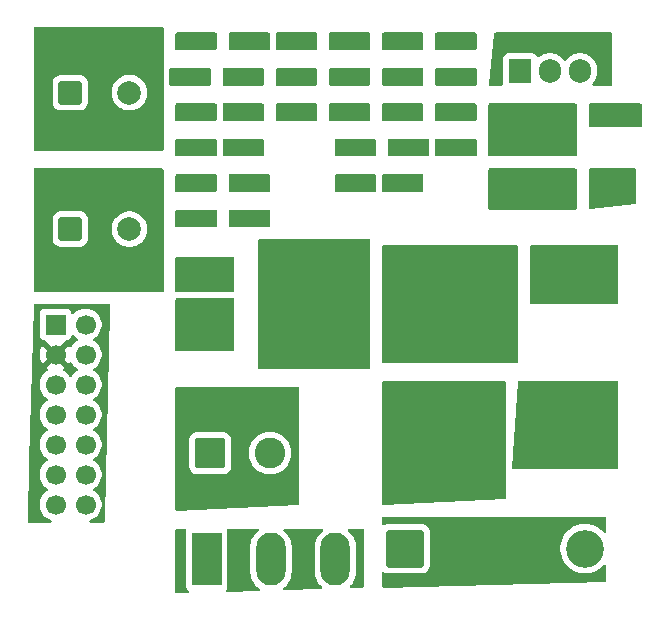
<source format=gbr>
%TF.GenerationSoftware,KiCad,Pcbnew,9.0.7*%
%TF.CreationDate,2026-02-08T16:25:53+05:30*%
%TF.ProjectId,gray,67726179-2e6b-4696-9361-645f70636258,rev?*%
%TF.SameCoordinates,Original*%
%TF.FileFunction,Copper,L2,Bot*%
%TF.FilePolarity,Positive*%
%FSLAX46Y46*%
G04 Gerber Fmt 4.6, Leading zero omitted, Abs format (unit mm)*
G04 Created by KiCad (PCBNEW 9.0.7) date 2026-02-08 16:25:53*
%MOMM*%
%LPD*%
G01*
G04 APERTURE LIST*
G04 Aperture macros list*
%AMRoundRect*
0 Rectangle with rounded corners*
0 $1 Rounding radius*
0 $2 $3 $4 $5 $6 $7 $8 $9 X,Y pos of 4 corners*
0 Add a 4 corners polygon primitive as box body*
4,1,4,$2,$3,$4,$5,$6,$7,$8,$9,$2,$3,0*
0 Add four circle primitives for the rounded corners*
1,1,$1+$1,$2,$3*
1,1,$1+$1,$4,$5*
1,1,$1+$1,$6,$7*
1,1,$1+$1,$8,$9*
0 Add four rect primitives between the rounded corners*
20,1,$1+$1,$2,$3,$4,$5,0*
20,1,$1+$1,$4,$5,$6,$7,0*
20,1,$1+$1,$6,$7,$8,$9,0*
20,1,$1+$1,$8,$9,$2,$3,0*%
G04 Aperture macros list end*
%TA.AperFunction,ComponentPad*%
%ADD10R,2.500000X4.500000*%
%TD*%
%TA.AperFunction,ComponentPad*%
%ADD11O,2.500000X4.500000*%
%TD*%
%TA.AperFunction,ComponentPad*%
%ADD12R,1.905000X2.000000*%
%TD*%
%TA.AperFunction,ComponentPad*%
%ADD13O,1.905000X2.000000*%
%TD*%
%TA.AperFunction,ComponentPad*%
%ADD14R,1.700000X1.700000*%
%TD*%
%TA.AperFunction,ComponentPad*%
%ADD15C,1.700000*%
%TD*%
%TA.AperFunction,ComponentPad*%
%ADD16RoundRect,0.250000X-1.050000X-1.050000X1.050000X-1.050000X1.050000X1.050000X-1.050000X1.050000X0*%
%TD*%
%TA.AperFunction,ComponentPad*%
%ADD17C,2.600000*%
%TD*%
%TA.AperFunction,ComponentPad*%
%ADD18RoundRect,0.250000X-1.350000X-1.350000X1.350000X-1.350000X1.350000X1.350000X-1.350000X1.350000X0*%
%TD*%
%TA.AperFunction,ComponentPad*%
%ADD19C,3.200000*%
%TD*%
%TA.AperFunction,ComponentPad*%
%ADD20RoundRect,0.250000X-0.750000X-0.750000X0.750000X-0.750000X0.750000X0.750000X-0.750000X0.750000X0*%
%TD*%
%TA.AperFunction,ComponentPad*%
%ADD21C,2.000000*%
%TD*%
G04 APERTURE END LIST*
D10*
%TO.P,Q2,1,G*%
%TO.N,Net-(Q2-G)*%
X137650000Y-108100000D03*
D11*
%TO.P,Q2,2,D*%
%TO.N,unconnected-(Q2-D-Pad2)*%
X143100000Y-108100000D03*
%TO.P,Q2,3,S*%
%TO.N,Net-(Q2-S)*%
X148550000Y-108100000D03*
%TD*%
D12*
%TO.P,Q1,1,G*%
%TO.N,unconnected-(Q1-G-Pad1)*%
X164190000Y-66750000D03*
D13*
%TO.P,Q1,2,D*%
%TO.N,Net-(Q1-D)*%
X166730000Y-66750000D03*
%TO.P,Q1,3,S*%
%TO.N,Net-(D3-A1)*%
X169270000Y-66750000D03*
%TD*%
D14*
%TO.P,J1,1,NC*%
%TO.N,unconnected-(J1-NC-Pad1)*%
X124860000Y-88230000D03*
D15*
%TO.P,J1,2,NC*%
%TO.N,unconnected-(J1-NC-Pad2)*%
X127400000Y-88230000D03*
%TO.P,J1,3,VCC*%
%TO.N,/+3V3*%
X124860000Y-90770000D03*
%TO.P,J1,4,JTMS/SWDIO*%
%TO.N,Net-(J1-JTMS{slash}SWDIO)*%
X127400000Y-90770000D03*
%TO.P,J1,5,GND*%
%TO.N,GND*%
X124860000Y-93310000D03*
%TO.P,J1,6,JCLK/SWCLK*%
%TO.N,Net-(J1-JCLK{slash}SWCLK)*%
X127400000Y-93310000D03*
%TO.P,J1,7,GND*%
%TO.N,GND*%
X124860000Y-95850000D03*
%TO.P,J1,8,JTDO/SWO*%
%TO.N,unconnected-(J1-JTDO{slash}SWO-Pad8)*%
X127400000Y-95850000D03*
%TO.P,J1,9,JRCLK/NC*%
%TO.N,unconnected-(J1-JRCLK{slash}NC-Pad9)*%
X124860000Y-98390000D03*
%TO.P,J1,10,JTDI/NC*%
%TO.N,unconnected-(J1-JTDI{slash}NC-Pad10)*%
X127400000Y-98390000D03*
%TO.P,J1,11,GNDDetect*%
%TO.N,unconnected-(J1-GNDDetect-Pad11)*%
X124860000Y-100930000D03*
%TO.P,J1,12,~{RST}*%
%TO.N,Net-(J1-~{RST})*%
X127400000Y-100930000D03*
%TO.P,J1,13,VCP_RX*%
%TO.N,unconnected-(J1-VCP_RX-Pad13)*%
X124860000Y-103470000D03*
%TO.P,J1,14,VCP_TX*%
%TO.N,unconnected-(J1-VCP_TX-Pad14)*%
X127400000Y-103470000D03*
%TD*%
D16*
%TO.P,DC_input_40V1,1,Pin_1*%
%TO.N,Net-(DC_input_40V1-Pin_1)*%
X137940000Y-99110000D03*
D17*
%TO.P,DC_input_40V1,2,Pin_2*%
%TO.N,GND*%
X143020000Y-99110000D03*
%TD*%
D18*
%TO.P,D1,1,K*%
%TO.N,GND*%
X154450000Y-107200000D03*
D19*
%TO.P,D1,2,A*%
%TO.N,Net-(D1-A)*%
X169690000Y-107200000D03*
%TD*%
D20*
%TO.P,C4,1*%
%TO.N,Net-(D3-A1)*%
X126104646Y-80150000D03*
D21*
%TO.P,C4,2*%
%TO.N,GND*%
X131104646Y-80150000D03*
%TD*%
D20*
%TO.P,C1,1*%
%TO.N,Net-(D3-A1)*%
X126104646Y-68600000D03*
D21*
%TO.P,C1,2*%
%TO.N,GND*%
X131104646Y-68600000D03*
%TD*%
%TA.AperFunction,Conductor*%
%TO.N,/+3V3*%
G36*
X151443039Y-81019685D02*
G01*
X151488794Y-81072489D01*
X151500000Y-81124000D01*
X151500000Y-91876000D01*
X151480315Y-91943039D01*
X151427511Y-91988794D01*
X151376000Y-92000000D01*
X142124000Y-92000000D01*
X142056961Y-91980315D01*
X142011206Y-91927511D01*
X142000000Y-91876000D01*
X142000000Y-81124000D01*
X142019685Y-81056961D01*
X142072489Y-81011206D01*
X142124000Y-81000000D01*
X151376000Y-81000000D01*
X151443039Y-81019685D01*
G37*
%TD.AperFunction*%
%TD*%
%TA.AperFunction,Conductor*%
%TO.N,/+12V*%
G36*
X163943039Y-81519685D02*
G01*
X163988794Y-81572489D01*
X164000000Y-81624000D01*
X164000000Y-91376000D01*
X163980315Y-91443039D01*
X163927511Y-91488794D01*
X163876000Y-91500000D01*
X152624000Y-91500000D01*
X152556961Y-91480315D01*
X152511206Y-91427511D01*
X152500000Y-91376000D01*
X152500000Y-81624000D01*
X152519685Y-81556961D01*
X152572489Y-81511206D01*
X152624000Y-81500000D01*
X163876000Y-81500000D01*
X163943039Y-81519685D01*
G37*
%TD.AperFunction*%
%TD*%
%TA.AperFunction,Conductor*%
%TO.N,/+12V*%
G36*
X172443039Y-93019685D02*
G01*
X172488794Y-93072489D01*
X172500000Y-93124000D01*
X172500000Y-100376000D01*
X172480315Y-100443039D01*
X172427511Y-100488794D01*
X172376000Y-100500000D01*
X163632542Y-100500000D01*
X163565503Y-100480315D01*
X163519748Y-100427511D01*
X163508817Y-100367752D01*
X163992283Y-93115752D01*
X164016383Y-93050170D01*
X164072114Y-93008029D01*
X164116008Y-93000000D01*
X172376000Y-93000000D01*
X172443039Y-93019685D01*
G37*
%TD.AperFunction*%
%TD*%
%TA.AperFunction,Conductor*%
%TO.N,/+3V3*%
G36*
X145443039Y-93519685D02*
G01*
X145488794Y-93572489D01*
X145500000Y-93624000D01*
X145500000Y-103381763D01*
X145480315Y-103448802D01*
X145427511Y-103494557D01*
X145381898Y-103505623D01*
X135129898Y-103993814D01*
X135061998Y-103977340D01*
X135013783Y-103926772D01*
X135000000Y-103869954D01*
X135000000Y-98009983D01*
X136139500Y-98009983D01*
X136139500Y-100210001D01*
X136139501Y-100210018D01*
X136150000Y-100312796D01*
X136150001Y-100312799D01*
X136200962Y-100466587D01*
X136205186Y-100479334D01*
X136297288Y-100628656D01*
X136421344Y-100752712D01*
X136570666Y-100844814D01*
X136737203Y-100899999D01*
X136839991Y-100910500D01*
X139040008Y-100910499D01*
X139142797Y-100899999D01*
X139309334Y-100844814D01*
X139458656Y-100752712D01*
X139582712Y-100628656D01*
X139674814Y-100479334D01*
X139729999Y-100312797D01*
X139740500Y-100210009D01*
X139740499Y-98991995D01*
X141219500Y-98991995D01*
X141219500Y-99228004D01*
X141219501Y-99228020D01*
X141250306Y-99462010D01*
X141311394Y-99689993D01*
X141401714Y-99908045D01*
X141401719Y-99908056D01*
X141472677Y-100030957D01*
X141519727Y-100112450D01*
X141519729Y-100112453D01*
X141519730Y-100112454D01*
X141663406Y-100299697D01*
X141663412Y-100299704D01*
X141830295Y-100466587D01*
X141830302Y-100466593D01*
X141846909Y-100479336D01*
X142017550Y-100610273D01*
X142148918Y-100686118D01*
X142221943Y-100728280D01*
X142221948Y-100728282D01*
X142221951Y-100728284D01*
X142440007Y-100818606D01*
X142667986Y-100879693D01*
X142901989Y-100910500D01*
X142901996Y-100910500D01*
X143138004Y-100910500D01*
X143138011Y-100910500D01*
X143372014Y-100879693D01*
X143599993Y-100818606D01*
X143818049Y-100728284D01*
X144022450Y-100610273D01*
X144209699Y-100466592D01*
X144376592Y-100299699D01*
X144520273Y-100112450D01*
X144638284Y-99908049D01*
X144728606Y-99689993D01*
X144789693Y-99462014D01*
X144820500Y-99228011D01*
X144820500Y-98991989D01*
X144789693Y-98757986D01*
X144728606Y-98530007D01*
X144638284Y-98311951D01*
X144638282Y-98311948D01*
X144638280Y-98311943D01*
X144596118Y-98238918D01*
X144520273Y-98107550D01*
X144376592Y-97920301D01*
X144376587Y-97920295D01*
X144209704Y-97753412D01*
X144209697Y-97753406D01*
X144022454Y-97609730D01*
X144022453Y-97609729D01*
X144022450Y-97609727D01*
X143940957Y-97562677D01*
X143818056Y-97491719D01*
X143818045Y-97491714D01*
X143599993Y-97401394D01*
X143372010Y-97340306D01*
X143138020Y-97309501D01*
X143138017Y-97309500D01*
X143138011Y-97309500D01*
X142901989Y-97309500D01*
X142901983Y-97309500D01*
X142901979Y-97309501D01*
X142667989Y-97340306D01*
X142440006Y-97401394D01*
X142221954Y-97491714D01*
X142221943Y-97491719D01*
X142017545Y-97609730D01*
X141830302Y-97753406D01*
X141830295Y-97753412D01*
X141663412Y-97920295D01*
X141663406Y-97920302D01*
X141519730Y-98107545D01*
X141401719Y-98311943D01*
X141401714Y-98311954D01*
X141311394Y-98530006D01*
X141250306Y-98757989D01*
X141219501Y-98991979D01*
X141219500Y-98991995D01*
X139740499Y-98991995D01*
X139740499Y-98009992D01*
X139729999Y-97907203D01*
X139674814Y-97740666D01*
X139582712Y-97591344D01*
X139458656Y-97467288D01*
X139309334Y-97375186D01*
X139142797Y-97320001D01*
X139142795Y-97320000D01*
X139040010Y-97309500D01*
X136839998Y-97309500D01*
X136839981Y-97309501D01*
X136737203Y-97320000D01*
X136737200Y-97320001D01*
X136570668Y-97375185D01*
X136570663Y-97375187D01*
X136421342Y-97467289D01*
X136297289Y-97591342D01*
X136205187Y-97740663D01*
X136205185Y-97740668D01*
X136200962Y-97753412D01*
X136150001Y-97907203D01*
X136150001Y-97907204D01*
X136150000Y-97907204D01*
X136139500Y-98009983D01*
X135000000Y-98009983D01*
X135000000Y-93624000D01*
X135019685Y-93556961D01*
X135072489Y-93511206D01*
X135124000Y-93500000D01*
X145376000Y-93500000D01*
X145443039Y-93519685D01*
G37*
%TD.AperFunction*%
%TD*%
%TA.AperFunction,Conductor*%
%TO.N,/+3V3*%
G36*
X162943039Y-93019685D02*
G01*
X162988794Y-93072489D01*
X163000000Y-93124000D01*
X163000000Y-102881763D01*
X162980315Y-102948802D01*
X162927511Y-102994557D01*
X162881898Y-103005623D01*
X152629898Y-103493814D01*
X152561998Y-103477340D01*
X152513783Y-103426772D01*
X152500000Y-103369954D01*
X152500000Y-93124000D01*
X152519685Y-93056961D01*
X152572489Y-93011206D01*
X152624000Y-93000000D01*
X162876000Y-93000000D01*
X162943039Y-93019685D01*
G37*
%TD.AperFunction*%
%TD*%
%TA.AperFunction,Conductor*%
%TO.N,/+3V3*%
G36*
X135884807Y-105519685D02*
G01*
X135930562Y-105572489D01*
X135940506Y-105641647D01*
X135933950Y-105667332D01*
X135905909Y-105742514D01*
X135905908Y-105742516D01*
X135899501Y-105802116D01*
X135899501Y-105802123D01*
X135899500Y-105802135D01*
X135899500Y-110397870D01*
X135899501Y-110397876D01*
X135905908Y-110457483D01*
X135956202Y-110592328D01*
X135956206Y-110592335D01*
X136016850Y-110673344D01*
X136042454Y-110707546D01*
X136092301Y-110744861D01*
X136134171Y-110800794D01*
X136139155Y-110870486D01*
X136105670Y-110931809D01*
X136044346Y-110965293D01*
X136021862Y-110968066D01*
X135127873Y-110996003D01*
X135060251Y-110978422D01*
X135012870Y-110927073D01*
X135000000Y-110872064D01*
X135000000Y-105624000D01*
X135019685Y-105556961D01*
X135072489Y-105511206D01*
X135124000Y-105500000D01*
X135817768Y-105500000D01*
X135884807Y-105519685D01*
G37*
%TD.AperFunction*%
%TA.AperFunction,Conductor*%
G36*
X141973118Y-105508444D02*
G01*
X142002486Y-105514468D01*
X142006293Y-105518186D01*
X142011398Y-105519685D01*
X142031024Y-105542335D01*
X142052476Y-105563282D01*
X142053669Y-105568468D01*
X142057153Y-105572489D01*
X142061418Y-105602155D01*
X142068140Y-105631373D01*
X142066339Y-105636380D01*
X142067097Y-105641647D01*
X142054645Y-105668911D01*
X142044504Y-105697124D01*
X142039352Y-105702400D01*
X142038072Y-105705203D01*
X142019853Y-105722369D01*
X141943339Y-105781081D01*
X141943329Y-105781089D01*
X141781089Y-105943330D01*
X141781081Y-105943338D01*
X141641392Y-106125382D01*
X141526657Y-106324109D01*
X141526650Y-106324123D01*
X141438842Y-106536112D01*
X141379453Y-106757759D01*
X141379451Y-106757770D01*
X141349500Y-106985258D01*
X141349500Y-109214741D01*
X141374446Y-109404215D01*
X141379452Y-109442238D01*
X141379453Y-109442240D01*
X141438842Y-109663887D01*
X141526650Y-109875876D01*
X141526657Y-109875890D01*
X141641392Y-110074617D01*
X141781081Y-110256661D01*
X141781089Y-110256670D01*
X141943329Y-110418910D01*
X141943333Y-110418913D01*
X141943339Y-110418919D01*
X142123691Y-110557308D01*
X142164891Y-110613734D01*
X142169046Y-110683480D01*
X142134833Y-110744401D01*
X142073116Y-110777153D01*
X142052075Y-110779621D01*
X139392931Y-110862720D01*
X139325310Y-110845140D01*
X139277928Y-110793790D01*
X139265829Y-110724976D01*
X139289790Y-110664473D01*
X139343796Y-110592331D01*
X139394091Y-110457483D01*
X139400500Y-110397873D01*
X139400499Y-105802128D01*
X139394091Y-105742517D01*
X139380174Y-105705203D01*
X139366050Y-105667332D01*
X139361066Y-105597641D01*
X139394552Y-105536318D01*
X139455875Y-105502834D01*
X139482232Y-105500000D01*
X141944359Y-105500000D01*
X141973118Y-105508444D01*
G37*
%TD.AperFunction*%
%TA.AperFunction,Conductor*%
G36*
X147461398Y-105519685D02*
G01*
X147507153Y-105572489D01*
X147517097Y-105641647D01*
X147488072Y-105705203D01*
X147469853Y-105722369D01*
X147393339Y-105781081D01*
X147393329Y-105781089D01*
X147231089Y-105943330D01*
X147231081Y-105943338D01*
X147091392Y-106125382D01*
X146976657Y-106324109D01*
X146976650Y-106324123D01*
X146888842Y-106536112D01*
X146829453Y-106757759D01*
X146829451Y-106757770D01*
X146799500Y-106985258D01*
X146799500Y-109214741D01*
X146824446Y-109404215D01*
X146829452Y-109442238D01*
X146829453Y-109442240D01*
X146888842Y-109663887D01*
X146976650Y-109875876D01*
X146976657Y-109875890D01*
X147091392Y-110074617D01*
X147231081Y-110256661D01*
X147231089Y-110256670D01*
X147378586Y-110404167D01*
X147412071Y-110465490D01*
X147407087Y-110535182D01*
X147365215Y-110591115D01*
X147299751Y-110615532D01*
X147294778Y-110615787D01*
X144244976Y-110711094D01*
X144177355Y-110693514D01*
X144129973Y-110642164D01*
X144117874Y-110573350D01*
X144144899Y-110508919D01*
X144165612Y-110488783D01*
X144256661Y-110418919D01*
X144256664Y-110418916D01*
X144256670Y-110418911D01*
X144418911Y-110256670D01*
X144418914Y-110256665D01*
X144418919Y-110256661D01*
X144558611Y-110074612D01*
X144673344Y-109875888D01*
X144761158Y-109663887D01*
X144820548Y-109442238D01*
X144850500Y-109214734D01*
X144850500Y-106985266D01*
X144820548Y-106757762D01*
X144761158Y-106536113D01*
X144673344Y-106324112D01*
X144558611Y-106125388D01*
X144558608Y-106125385D01*
X144558607Y-106125382D01*
X144418918Y-105943338D01*
X144418911Y-105943330D01*
X144256670Y-105781089D01*
X144256665Y-105781085D01*
X144256661Y-105781081D01*
X144180151Y-105722373D01*
X144138952Y-105665948D01*
X144134797Y-105596202D01*
X144169010Y-105535281D01*
X144230727Y-105502529D01*
X144255641Y-105500000D01*
X147394359Y-105500000D01*
X147461398Y-105519685D01*
G37*
%TD.AperFunction*%
%TA.AperFunction,Conductor*%
G36*
X150943039Y-105519685D02*
G01*
X150988794Y-105572489D01*
X151000000Y-105624000D01*
X151000000Y-110379813D01*
X150980315Y-110446852D01*
X150927511Y-110492607D01*
X150879873Y-110503752D01*
X149894200Y-110534554D01*
X149826578Y-110516973D01*
X149779197Y-110465624D01*
X149767098Y-110396810D01*
X149794123Y-110332379D01*
X149802636Y-110322943D01*
X149868919Y-110256661D01*
X150008611Y-110074612D01*
X150123344Y-109875888D01*
X150211158Y-109663887D01*
X150270548Y-109442238D01*
X150300500Y-109214734D01*
X150300500Y-106985266D01*
X150270548Y-106757762D01*
X150211158Y-106536113D01*
X150123344Y-106324112D01*
X150008611Y-106125388D01*
X150008608Y-106125385D01*
X150008607Y-106125382D01*
X149868918Y-105943338D01*
X149868911Y-105943330D01*
X149706670Y-105781089D01*
X149706665Y-105781085D01*
X149706661Y-105781081D01*
X149630151Y-105722373D01*
X149588952Y-105665948D01*
X149584797Y-105596202D01*
X149619010Y-105535281D01*
X149680727Y-105502529D01*
X149705641Y-105500000D01*
X150876000Y-105500000D01*
X150943039Y-105519685D01*
G37*
%TD.AperFunction*%
%TD*%
%TA.AperFunction,Conductor*%
%TO.N,/+3V3*%
G36*
X171443039Y-104519685D02*
G01*
X171488794Y-104572489D01*
X171500000Y-104624000D01*
X171500000Y-105743096D01*
X171480315Y-105810135D01*
X171427511Y-105855890D01*
X171358353Y-105865834D01*
X171294797Y-105836809D01*
X171277625Y-105818583D01*
X171272632Y-105812076D01*
X171272623Y-105812066D01*
X171077933Y-105617376D01*
X171077926Y-105617370D01*
X170859483Y-105449754D01*
X170859482Y-105449753D01*
X170859479Y-105449751D01*
X170740995Y-105381344D01*
X170621028Y-105312080D01*
X170621017Y-105312075D01*
X170366630Y-105206704D01*
X170211676Y-105165185D01*
X170100666Y-105135440D01*
X170100660Y-105135439D01*
X170100655Y-105135438D01*
X169827684Y-105099501D01*
X169827679Y-105099500D01*
X169827674Y-105099500D01*
X169552326Y-105099500D01*
X169552320Y-105099500D01*
X169552315Y-105099501D01*
X169279344Y-105135438D01*
X169279337Y-105135439D01*
X169279334Y-105135440D01*
X169223125Y-105150500D01*
X169013369Y-105206704D01*
X168758982Y-105312075D01*
X168758971Y-105312080D01*
X168520516Y-105449754D01*
X168302073Y-105617370D01*
X168302066Y-105617376D01*
X168107376Y-105812066D01*
X168107370Y-105812073D01*
X167939754Y-106030516D01*
X167802080Y-106268971D01*
X167802075Y-106268982D01*
X167696704Y-106523369D01*
X167625441Y-106789331D01*
X167625438Y-106789344D01*
X167589501Y-107062315D01*
X167589500Y-107062332D01*
X167589500Y-107337667D01*
X167589501Y-107337684D01*
X167625438Y-107610655D01*
X167625439Y-107610660D01*
X167625440Y-107610666D01*
X167625441Y-107610668D01*
X167696704Y-107876630D01*
X167802075Y-108131017D01*
X167802080Y-108131028D01*
X167884861Y-108274407D01*
X167939751Y-108369479D01*
X167939753Y-108369482D01*
X167939754Y-108369483D01*
X168107370Y-108587926D01*
X168107376Y-108587933D01*
X168302066Y-108782623D01*
X168302072Y-108782628D01*
X168520521Y-108950249D01*
X168639007Y-109018657D01*
X168758971Y-109087919D01*
X168758976Y-109087921D01*
X168758979Y-109087923D01*
X169013368Y-109193295D01*
X169279334Y-109264560D01*
X169552326Y-109300500D01*
X169552333Y-109300500D01*
X169827667Y-109300500D01*
X169827674Y-109300500D01*
X170100666Y-109264560D01*
X170366632Y-109193295D01*
X170621021Y-109087923D01*
X170859479Y-108950249D01*
X171077928Y-108782628D01*
X171272628Y-108587928D01*
X171277621Y-108581421D01*
X171334047Y-108540216D01*
X171403793Y-108536058D01*
X171464715Y-108570268D01*
X171497470Y-108631984D01*
X171500000Y-108656903D01*
X171500000Y-109879220D01*
X171480315Y-109946259D01*
X171427511Y-109992014D01*
X171379262Y-110003177D01*
X152627262Y-110496651D01*
X152559728Y-110478737D01*
X152512600Y-110427155D01*
X152500000Y-110372694D01*
X152500000Y-109283872D01*
X152519685Y-109216833D01*
X152572489Y-109171078D01*
X152641647Y-109161134D01*
X152689092Y-109178331D01*
X152780666Y-109234814D01*
X152947203Y-109289999D01*
X153049991Y-109300500D01*
X155850008Y-109300499D01*
X155952797Y-109289999D01*
X156119334Y-109234814D01*
X156268656Y-109142712D01*
X156392712Y-109018656D01*
X156484814Y-108869334D01*
X156539999Y-108702797D01*
X156550500Y-108600009D01*
X156550499Y-105799992D01*
X156539999Y-105697203D01*
X156484814Y-105530666D01*
X156392712Y-105381344D01*
X156268656Y-105257288D01*
X156119334Y-105165186D01*
X155952797Y-105110001D01*
X155952795Y-105110000D01*
X155850010Y-105099500D01*
X153049998Y-105099500D01*
X153049981Y-105099501D01*
X152947203Y-105110000D01*
X152947200Y-105110001D01*
X152780668Y-105165185D01*
X152780659Y-105165189D01*
X152689096Y-105221666D01*
X152621704Y-105240106D01*
X152555040Y-105219183D01*
X152510271Y-105165541D01*
X152500000Y-105116127D01*
X152500000Y-104624000D01*
X152519685Y-104556961D01*
X152572489Y-104511206D01*
X152624000Y-104500000D01*
X171376000Y-104500000D01*
X171443039Y-104519685D01*
G37*
%TD.AperFunction*%
%TD*%
%TA.AperFunction,Conductor*%
%TO.N,/+3V3*%
G36*
X129443039Y-86519685D02*
G01*
X129488794Y-86572489D01*
X129500000Y-86624000D01*
X129500000Y-86998285D01*
X129499952Y-87001728D01*
X129010416Y-104625048D01*
X129003349Y-104879443D01*
X128981811Y-104945910D01*
X128927757Y-104990181D01*
X128879397Y-105000000D01*
X127844357Y-105000000D01*
X127777318Y-104980315D01*
X127731563Y-104927511D01*
X127721619Y-104858353D01*
X127750644Y-104794797D01*
X127806037Y-104758069D01*
X127918412Y-104721557D01*
X128107816Y-104625051D01*
X128129789Y-104609086D01*
X128279786Y-104500109D01*
X128279788Y-104500106D01*
X128279792Y-104500104D01*
X128430104Y-104349792D01*
X128430106Y-104349788D01*
X128430109Y-104349786D01*
X128555048Y-104177820D01*
X128555047Y-104177820D01*
X128555051Y-104177816D01*
X128651557Y-103988412D01*
X128717246Y-103786243D01*
X128750500Y-103576287D01*
X128750500Y-103363713D01*
X128717246Y-103153757D01*
X128651557Y-102951588D01*
X128555051Y-102762184D01*
X128555049Y-102762181D01*
X128555048Y-102762179D01*
X128430109Y-102590213D01*
X128279786Y-102439890D01*
X128107820Y-102314951D01*
X128107115Y-102314591D01*
X128099054Y-102310485D01*
X128048259Y-102262512D01*
X128031463Y-102194692D01*
X128053999Y-102128556D01*
X128099054Y-102089515D01*
X128107816Y-102085051D01*
X128129789Y-102069086D01*
X128279786Y-101960109D01*
X128279788Y-101960106D01*
X128279792Y-101960104D01*
X128430104Y-101809792D01*
X128430106Y-101809788D01*
X128430109Y-101809786D01*
X128555048Y-101637820D01*
X128555047Y-101637820D01*
X128555051Y-101637816D01*
X128651557Y-101448412D01*
X128717246Y-101246243D01*
X128750500Y-101036287D01*
X128750500Y-100823713D01*
X128717246Y-100613757D01*
X128651557Y-100411588D01*
X128555051Y-100222184D01*
X128555049Y-100222181D01*
X128555048Y-100222179D01*
X128430109Y-100050213D01*
X128279786Y-99899890D01*
X128107820Y-99774951D01*
X128107115Y-99774591D01*
X128099054Y-99770485D01*
X128048259Y-99722512D01*
X128031463Y-99654692D01*
X128053999Y-99588556D01*
X128099054Y-99549515D01*
X128107816Y-99545051D01*
X128129789Y-99529086D01*
X128279786Y-99420109D01*
X128279788Y-99420106D01*
X128279792Y-99420104D01*
X128430104Y-99269792D01*
X128430106Y-99269788D01*
X128430109Y-99269786D01*
X128555048Y-99097820D01*
X128555047Y-99097820D01*
X128555051Y-99097816D01*
X128651557Y-98908412D01*
X128717246Y-98706243D01*
X128750500Y-98496287D01*
X128750500Y-98283713D01*
X128717246Y-98073757D01*
X128651557Y-97871588D01*
X128555051Y-97682184D01*
X128555049Y-97682181D01*
X128555048Y-97682179D01*
X128430109Y-97510213D01*
X128279786Y-97359890D01*
X128107820Y-97234951D01*
X128107115Y-97234591D01*
X128099054Y-97230485D01*
X128048259Y-97182512D01*
X128031463Y-97114692D01*
X128053999Y-97048556D01*
X128099054Y-97009515D01*
X128107816Y-97005051D01*
X128129789Y-96989086D01*
X128279786Y-96880109D01*
X128279788Y-96880106D01*
X128279792Y-96880104D01*
X128430104Y-96729792D01*
X128430106Y-96729788D01*
X128430109Y-96729786D01*
X128555048Y-96557820D01*
X128555047Y-96557820D01*
X128555051Y-96557816D01*
X128651557Y-96368412D01*
X128717246Y-96166243D01*
X128750500Y-95956287D01*
X128750500Y-95743713D01*
X128717246Y-95533757D01*
X128651557Y-95331588D01*
X128555051Y-95142184D01*
X128555049Y-95142181D01*
X128555048Y-95142179D01*
X128430109Y-94970213D01*
X128279786Y-94819890D01*
X128107820Y-94694951D01*
X128107115Y-94694591D01*
X128099054Y-94690485D01*
X128048259Y-94642512D01*
X128031463Y-94574692D01*
X128053999Y-94508556D01*
X128099054Y-94469515D01*
X128107816Y-94465051D01*
X128129789Y-94449086D01*
X128279786Y-94340109D01*
X128279788Y-94340106D01*
X128279792Y-94340104D01*
X128430104Y-94189792D01*
X128430106Y-94189788D01*
X128430109Y-94189786D01*
X128555048Y-94017820D01*
X128555047Y-94017820D01*
X128555051Y-94017816D01*
X128651557Y-93828412D01*
X128717246Y-93626243D01*
X128750500Y-93416287D01*
X128750500Y-93203713D01*
X128717246Y-92993757D01*
X128651557Y-92791588D01*
X128555051Y-92602184D01*
X128555049Y-92602181D01*
X128555048Y-92602179D01*
X128430109Y-92430213D01*
X128279786Y-92279890D01*
X128107820Y-92154951D01*
X128107115Y-92154591D01*
X128099054Y-92150485D01*
X128048259Y-92102512D01*
X128031463Y-92034692D01*
X128053999Y-91968556D01*
X128099054Y-91929515D01*
X128107816Y-91925051D01*
X128162572Y-91885269D01*
X128279786Y-91800109D01*
X128279788Y-91800106D01*
X128279792Y-91800104D01*
X128430104Y-91649792D01*
X128430106Y-91649788D01*
X128430109Y-91649786D01*
X128555048Y-91477820D01*
X128555050Y-91477817D01*
X128555051Y-91477816D01*
X128651557Y-91288412D01*
X128717246Y-91086243D01*
X128750500Y-90876287D01*
X128750500Y-90663713D01*
X128717246Y-90453757D01*
X128651557Y-90251588D01*
X128555051Y-90062184D01*
X128555049Y-90062181D01*
X128555048Y-90062179D01*
X128430109Y-89890213D01*
X128279786Y-89739890D01*
X128107820Y-89614951D01*
X128107115Y-89614591D01*
X128099054Y-89610485D01*
X128048259Y-89562512D01*
X128031463Y-89494692D01*
X128053999Y-89428556D01*
X128099054Y-89389515D01*
X128107816Y-89385051D01*
X128194138Y-89322335D01*
X128279786Y-89260109D01*
X128279788Y-89260106D01*
X128279792Y-89260104D01*
X128430104Y-89109792D01*
X128430106Y-89109788D01*
X128430109Y-89109786D01*
X128555048Y-88937820D01*
X128555047Y-88937820D01*
X128555051Y-88937816D01*
X128651557Y-88748412D01*
X128717246Y-88546243D01*
X128750500Y-88336287D01*
X128750500Y-88123713D01*
X128717246Y-87913757D01*
X128651557Y-87711588D01*
X128555051Y-87522184D01*
X128555049Y-87522181D01*
X128555048Y-87522179D01*
X128430109Y-87350213D01*
X128279786Y-87199890D01*
X128107820Y-87074951D01*
X127918414Y-86978444D01*
X127918413Y-86978443D01*
X127918412Y-86978443D01*
X127716243Y-86912754D01*
X127716241Y-86912753D01*
X127716240Y-86912753D01*
X127554957Y-86887208D01*
X127506287Y-86879500D01*
X127293713Y-86879500D01*
X127245042Y-86887208D01*
X127083760Y-86912753D01*
X126881585Y-86978444D01*
X126692179Y-87074951D01*
X126520215Y-87199889D01*
X126406673Y-87313431D01*
X126345350Y-87346915D01*
X126275658Y-87341931D01*
X126219725Y-87300059D01*
X126202810Y-87269082D01*
X126153797Y-87137671D01*
X126153793Y-87137664D01*
X126067547Y-87022455D01*
X126067544Y-87022452D01*
X125952335Y-86936206D01*
X125952328Y-86936202D01*
X125817482Y-86885908D01*
X125817483Y-86885908D01*
X125757883Y-86879501D01*
X125757881Y-86879500D01*
X125757873Y-86879500D01*
X125757864Y-86879500D01*
X123962129Y-86879500D01*
X123962123Y-86879501D01*
X123902516Y-86885908D01*
X123767671Y-86936202D01*
X123767664Y-86936206D01*
X123652455Y-87022452D01*
X123652452Y-87022455D01*
X123566206Y-87137664D01*
X123566202Y-87137671D01*
X123515908Y-87272517D01*
X123509501Y-87332116D01*
X123509500Y-87332135D01*
X123509500Y-89127870D01*
X123509501Y-89127876D01*
X123515908Y-89187483D01*
X123566202Y-89322328D01*
X123566206Y-89322335D01*
X123652452Y-89437544D01*
X123652455Y-89437547D01*
X123767664Y-89523793D01*
X123767671Y-89523797D01*
X123812618Y-89540561D01*
X123902517Y-89574091D01*
X123962127Y-89580500D01*
X123972685Y-89580499D01*
X124039723Y-89600179D01*
X124060372Y-89616818D01*
X124730591Y-90287037D01*
X124667007Y-90304075D01*
X124552993Y-90369901D01*
X124459901Y-90462993D01*
X124394075Y-90577007D01*
X124377037Y-90640591D01*
X123744728Y-90008282D01*
X123744727Y-90008282D01*
X123705380Y-90062439D01*
X123608904Y-90251782D01*
X123543242Y-90453869D01*
X123543242Y-90453872D01*
X123510000Y-90663753D01*
X123510000Y-90876246D01*
X123543242Y-91086127D01*
X123543242Y-91086130D01*
X123608904Y-91288217D01*
X123705375Y-91477550D01*
X123744728Y-91531716D01*
X124377037Y-90899408D01*
X124394075Y-90962993D01*
X124459901Y-91077007D01*
X124552993Y-91170099D01*
X124667007Y-91235925D01*
X124730590Y-91252962D01*
X124098282Y-91885269D01*
X124098282Y-91885270D01*
X124152452Y-91924626D01*
X124152451Y-91924626D01*
X124161495Y-91929234D01*
X124212292Y-91977208D01*
X124229087Y-92045029D01*
X124206550Y-92111164D01*
X124161499Y-92150202D01*
X124152182Y-92154949D01*
X123980213Y-92279890D01*
X123829890Y-92430213D01*
X123704951Y-92602179D01*
X123608444Y-92791585D01*
X123542753Y-92993760D01*
X123509500Y-93203713D01*
X123509500Y-93416286D01*
X123542753Y-93626239D01*
X123608444Y-93828414D01*
X123704951Y-94017820D01*
X123829890Y-94189786D01*
X123980213Y-94340109D01*
X124152182Y-94465050D01*
X124160946Y-94469516D01*
X124211742Y-94517491D01*
X124228536Y-94585312D01*
X124205998Y-94651447D01*
X124160946Y-94690484D01*
X124152182Y-94694949D01*
X123980213Y-94819890D01*
X123829890Y-94970213D01*
X123704951Y-95142179D01*
X123608444Y-95331585D01*
X123542753Y-95533760D01*
X123509500Y-95743713D01*
X123509500Y-95956286D01*
X123542753Y-96166239D01*
X123608444Y-96368414D01*
X123704951Y-96557820D01*
X123829890Y-96729786D01*
X123980213Y-96880109D01*
X124152182Y-97005050D01*
X124160946Y-97009516D01*
X124211742Y-97057491D01*
X124228536Y-97125312D01*
X124205998Y-97191447D01*
X124160946Y-97230484D01*
X124152182Y-97234949D01*
X123980213Y-97359890D01*
X123829890Y-97510213D01*
X123704951Y-97682179D01*
X123608444Y-97871585D01*
X123542753Y-98073760D01*
X123509500Y-98283713D01*
X123509500Y-98496286D01*
X123542753Y-98706239D01*
X123608444Y-98908414D01*
X123704951Y-99097820D01*
X123829890Y-99269786D01*
X123980213Y-99420109D01*
X124152182Y-99545050D01*
X124160946Y-99549516D01*
X124211742Y-99597491D01*
X124228536Y-99665312D01*
X124205998Y-99731447D01*
X124160946Y-99770484D01*
X124152182Y-99774949D01*
X123980213Y-99899890D01*
X123829890Y-100050213D01*
X123704951Y-100222179D01*
X123608444Y-100411585D01*
X123542753Y-100613760D01*
X123509500Y-100823713D01*
X123509500Y-101036286D01*
X123542753Y-101246239D01*
X123608444Y-101448414D01*
X123704951Y-101637820D01*
X123829890Y-101809786D01*
X123980213Y-101960109D01*
X124152182Y-102085050D01*
X124160946Y-102089516D01*
X124211742Y-102137491D01*
X124228536Y-102205312D01*
X124205998Y-102271447D01*
X124160946Y-102310484D01*
X124152182Y-102314949D01*
X123980213Y-102439890D01*
X123829890Y-102590213D01*
X123704951Y-102762179D01*
X123608444Y-102951585D01*
X123542753Y-103153760D01*
X123509500Y-103363713D01*
X123509500Y-103576286D01*
X123542753Y-103786239D01*
X123608444Y-103988414D01*
X123704951Y-104177820D01*
X123829890Y-104349786D01*
X123980213Y-104500109D01*
X124152179Y-104625048D01*
X124152181Y-104625049D01*
X124152184Y-104625051D01*
X124341588Y-104721557D01*
X124453962Y-104758069D01*
X124511637Y-104797507D01*
X124538835Y-104861865D01*
X124526920Y-104930712D01*
X124479676Y-104982187D01*
X124415643Y-105000000D01*
X122627397Y-105000000D01*
X122560358Y-104980315D01*
X122514603Y-104927511D01*
X122503442Y-104872650D01*
X122637841Y-99899890D01*
X122996739Y-86620649D01*
X123018228Y-86554167D01*
X123072249Y-86509855D01*
X123120694Y-86500000D01*
X129376000Y-86500000D01*
X129443039Y-86519685D01*
G37*
%TD.AperFunction*%
%TA.AperFunction,Conductor*%
G36*
X125975270Y-91531717D02*
G01*
X125975270Y-91531716D01*
X126014622Y-91477555D01*
X126019232Y-91468507D01*
X126067205Y-91417709D01*
X126135025Y-91400912D01*
X126201161Y-91423447D01*
X126240204Y-91468504D01*
X126244949Y-91477817D01*
X126369890Y-91649786D01*
X126520213Y-91800109D01*
X126692182Y-91925050D01*
X126700946Y-91929516D01*
X126751742Y-91977491D01*
X126768536Y-92045312D01*
X126745998Y-92111447D01*
X126700946Y-92150484D01*
X126692182Y-92154949D01*
X126520213Y-92279890D01*
X126369890Y-92430213D01*
X126244949Y-92602182D01*
X126240484Y-92610946D01*
X126192509Y-92661742D01*
X126124688Y-92678536D01*
X126058553Y-92655998D01*
X126019516Y-92610946D01*
X126015050Y-92602182D01*
X125890109Y-92430213D01*
X125739786Y-92279890D01*
X125567817Y-92154949D01*
X125558504Y-92150204D01*
X125507707Y-92102230D01*
X125490912Y-92034409D01*
X125513449Y-91968274D01*
X125558507Y-91929232D01*
X125567555Y-91924622D01*
X125621716Y-91885270D01*
X125621717Y-91885270D01*
X124989408Y-91252962D01*
X125052993Y-91235925D01*
X125167007Y-91170099D01*
X125260099Y-91077007D01*
X125325925Y-90962993D01*
X125342962Y-90899408D01*
X125975270Y-91531717D01*
G37*
%TD.AperFunction*%
%TA.AperFunction,Conductor*%
G36*
X126378418Y-89125417D02*
G01*
X126406673Y-89146569D01*
X126520213Y-89260109D01*
X126692182Y-89385050D01*
X126700946Y-89389516D01*
X126751742Y-89437491D01*
X126768536Y-89505312D01*
X126745998Y-89571447D01*
X126700946Y-89610484D01*
X126692182Y-89614949D01*
X126520213Y-89739890D01*
X126369890Y-89890213D01*
X126244949Y-90062182D01*
X126240202Y-90071499D01*
X126192227Y-90122293D01*
X126124405Y-90139087D01*
X126058271Y-90116548D01*
X126019234Y-90071495D01*
X126014626Y-90062452D01*
X125975270Y-90008282D01*
X125975269Y-90008282D01*
X125342962Y-90640590D01*
X125325925Y-90577007D01*
X125260099Y-90462993D01*
X125167007Y-90369901D01*
X125052993Y-90304075D01*
X124989409Y-90287037D01*
X125659627Y-89616818D01*
X125720950Y-89583333D01*
X125747307Y-89580499D01*
X125757872Y-89580499D01*
X125817483Y-89574091D01*
X125952331Y-89523796D01*
X126067546Y-89437546D01*
X126153796Y-89322331D01*
X126202810Y-89190916D01*
X126244681Y-89134984D01*
X126310145Y-89110566D01*
X126378418Y-89125417D01*
G37*
%TD.AperFunction*%
%TD*%
%TA.AperFunction,Conductor*%
%TO.N,/+3V3*%
G36*
X171943039Y-63519685D02*
G01*
X171988794Y-63572489D01*
X172000000Y-63624000D01*
X172000000Y-67876000D01*
X171980315Y-67943039D01*
X171927511Y-67988794D01*
X171876000Y-68000000D01*
X170421714Y-68000000D01*
X170354675Y-67980315D01*
X170308920Y-67927511D01*
X170298976Y-67858353D01*
X170328001Y-67794797D01*
X170334033Y-67788319D01*
X170378286Y-67744066D01*
X170512717Y-67559038D01*
X170616548Y-67355258D01*
X170687222Y-67137745D01*
X170723000Y-66911854D01*
X170723000Y-66588146D01*
X170687222Y-66362255D01*
X170687221Y-66362251D01*
X170687221Y-66362250D01*
X170616549Y-66144744D01*
X170616548Y-66144742D01*
X170512717Y-65940962D01*
X170378286Y-65755934D01*
X170216566Y-65594214D01*
X170031538Y-65459783D01*
X169827755Y-65355950D01*
X169610248Y-65285278D01*
X169424812Y-65255908D01*
X169384354Y-65249500D01*
X169155646Y-65249500D01*
X169115188Y-65255908D01*
X168929753Y-65285278D01*
X168929750Y-65285278D01*
X168712244Y-65355950D01*
X168508461Y-65459783D01*
X168442550Y-65507671D01*
X168323434Y-65594214D01*
X168323432Y-65594216D01*
X168323431Y-65594216D01*
X168161715Y-65755932D01*
X168100318Y-65840438D01*
X168044987Y-65883103D01*
X167975374Y-65889082D01*
X167913579Y-65856476D01*
X167899682Y-65840438D01*
X167888773Y-65825423D01*
X167838286Y-65755934D01*
X167676566Y-65594214D01*
X167491538Y-65459783D01*
X167287755Y-65355950D01*
X167070248Y-65285278D01*
X166884812Y-65255908D01*
X166844354Y-65249500D01*
X166615646Y-65249500D01*
X166575188Y-65255908D01*
X166389753Y-65285278D01*
X166389750Y-65285278D01*
X166172244Y-65355950D01*
X165968461Y-65459783D01*
X165785759Y-65592525D01*
X165719952Y-65616005D01*
X165651898Y-65600180D01*
X165603203Y-65550074D01*
X165596690Y-65535538D01*
X165586296Y-65507669D01*
X165586293Y-65507664D01*
X165500047Y-65392455D01*
X165500044Y-65392452D01*
X165384835Y-65306206D01*
X165384828Y-65306202D01*
X165249982Y-65255908D01*
X165249983Y-65255908D01*
X165190383Y-65249501D01*
X165190381Y-65249500D01*
X165190373Y-65249500D01*
X165190364Y-65249500D01*
X163189629Y-65249500D01*
X163189623Y-65249501D01*
X163130016Y-65255908D01*
X162995171Y-65306202D01*
X162995164Y-65306206D01*
X162879955Y-65392452D01*
X162879952Y-65392455D01*
X162793706Y-65507664D01*
X162793702Y-65507671D01*
X162743408Y-65642517D01*
X162737001Y-65702116D01*
X162737000Y-65702135D01*
X162737000Y-67797870D01*
X162737001Y-67797873D01*
X162743975Y-67862746D01*
X162731568Y-67931506D01*
X162683957Y-67982642D01*
X162620685Y-68000000D01*
X161638541Y-68000000D01*
X161571502Y-67980315D01*
X161525747Y-67927511D01*
X161515299Y-67862306D01*
X161515739Y-67858353D01*
X161987744Y-63610306D01*
X162014712Y-63545851D01*
X162072246Y-63506207D01*
X162110986Y-63500000D01*
X171876000Y-63500000D01*
X171943039Y-63519685D01*
G37*
%TD.AperFunction*%
%TD*%
%TA.AperFunction,Conductor*%
%TO.N,/+3V3*%
G36*
X168943039Y-69519685D02*
G01*
X168988794Y-69572489D01*
X169000000Y-69624000D01*
X169000000Y-73876000D01*
X168980315Y-73943039D01*
X168927511Y-73988794D01*
X168876000Y-74000000D01*
X161624000Y-74000000D01*
X161556961Y-73980315D01*
X161511206Y-73927511D01*
X161500000Y-73876000D01*
X161500000Y-69624000D01*
X161519685Y-69556961D01*
X161572489Y-69511206D01*
X161624000Y-69500000D01*
X168876000Y-69500000D01*
X168943039Y-69519685D01*
G37*
%TD.AperFunction*%
%TD*%
%TA.AperFunction,Conductor*%
%TO.N,/+3V3*%
G36*
X174443039Y-69519685D02*
G01*
X174488794Y-69572489D01*
X174500000Y-69624000D01*
X174500000Y-71376000D01*
X174480315Y-71443039D01*
X174427511Y-71488794D01*
X174376000Y-71500000D01*
X170124000Y-71500000D01*
X170056961Y-71480315D01*
X170011206Y-71427511D01*
X170000000Y-71376000D01*
X170000000Y-69624000D01*
X170019685Y-69556961D01*
X170072489Y-69511206D01*
X170124000Y-69500000D01*
X174376000Y-69500000D01*
X174443039Y-69519685D01*
G37*
%TD.AperFunction*%
%TD*%
%TA.AperFunction,Conductor*%
%TO.N,/+3V3*%
G36*
X168943039Y-75019685D02*
G01*
X168988794Y-75072489D01*
X169000000Y-75124000D01*
X169000000Y-78376000D01*
X168980315Y-78443039D01*
X168927511Y-78488794D01*
X168876000Y-78500000D01*
X161624000Y-78500000D01*
X161556961Y-78480315D01*
X161511206Y-78427511D01*
X161500000Y-78376000D01*
X161500000Y-75124000D01*
X161519685Y-75056961D01*
X161572489Y-75011206D01*
X161624000Y-75000000D01*
X168876000Y-75000000D01*
X168943039Y-75019685D01*
G37*
%TD.AperFunction*%
%TD*%
%TA.AperFunction,Conductor*%
%TO.N,/+3V3*%
G36*
X173943039Y-75019685D02*
G01*
X173988794Y-75072489D01*
X174000000Y-75124000D01*
X174000000Y-77890535D01*
X173980315Y-77957574D01*
X173927511Y-78003329D01*
X173891380Y-78013577D01*
X170139380Y-78482577D01*
X170070417Y-78471360D01*
X170018466Y-78424639D01*
X170000000Y-78359535D01*
X170000000Y-75124000D01*
X170019685Y-75056961D01*
X170072489Y-75011206D01*
X170124000Y-75000000D01*
X173876000Y-75000000D01*
X173943039Y-75019685D01*
G37*
%TD.AperFunction*%
%TD*%
%TA.AperFunction,Conductor*%
%TO.N,/+3V3*%
G36*
X172443039Y-81519685D02*
G01*
X172488794Y-81572489D01*
X172500000Y-81624000D01*
X172500000Y-86376000D01*
X172480315Y-86443039D01*
X172427511Y-86488794D01*
X172376000Y-86500000D01*
X165124000Y-86500000D01*
X165056961Y-86480315D01*
X165011206Y-86427511D01*
X165000000Y-86376000D01*
X165000000Y-81624000D01*
X165019685Y-81556961D01*
X165072489Y-81511206D01*
X165124000Y-81500000D01*
X172376000Y-81500000D01*
X172443039Y-81519685D01*
G37*
%TD.AperFunction*%
%TD*%
%TA.AperFunction,Conductor*%
%TO.N,/+3V3*%
G36*
X138443039Y-63519685D02*
G01*
X138488794Y-63572489D01*
X138500000Y-63624000D01*
X138500000Y-64876000D01*
X138480315Y-64943039D01*
X138427511Y-64988794D01*
X138376000Y-65000000D01*
X135124000Y-65000000D01*
X135056961Y-64980315D01*
X135011206Y-64927511D01*
X135000000Y-64876000D01*
X135000000Y-63624000D01*
X135019685Y-63556961D01*
X135072489Y-63511206D01*
X135124000Y-63500000D01*
X138376000Y-63500000D01*
X138443039Y-63519685D01*
G37*
%TD.AperFunction*%
%TD*%
%TA.AperFunction,Conductor*%
%TO.N,/+3V3*%
G36*
X142943039Y-63519685D02*
G01*
X142988794Y-63572489D01*
X143000000Y-63624000D01*
X143000000Y-64876000D01*
X142980315Y-64943039D01*
X142927511Y-64988794D01*
X142876000Y-65000000D01*
X139624000Y-65000000D01*
X139556961Y-64980315D01*
X139511206Y-64927511D01*
X139500000Y-64876000D01*
X139500000Y-63624000D01*
X139519685Y-63556961D01*
X139572489Y-63511206D01*
X139624000Y-63500000D01*
X142876000Y-63500000D01*
X142943039Y-63519685D01*
G37*
%TD.AperFunction*%
%TD*%
%TA.AperFunction,Conductor*%
%TO.N,/+3V3*%
G36*
X146943039Y-63519685D02*
G01*
X146988794Y-63572489D01*
X147000000Y-63624000D01*
X147000000Y-64876000D01*
X146980315Y-64943039D01*
X146927511Y-64988794D01*
X146876000Y-65000000D01*
X143624000Y-65000000D01*
X143556961Y-64980315D01*
X143511206Y-64927511D01*
X143500000Y-64876000D01*
X143500000Y-63624000D01*
X143519685Y-63556961D01*
X143572489Y-63511206D01*
X143624000Y-63500000D01*
X146876000Y-63500000D01*
X146943039Y-63519685D01*
G37*
%TD.AperFunction*%
%TD*%
%TA.AperFunction,Conductor*%
%TO.N,/+3V3*%
G36*
X151443039Y-63519685D02*
G01*
X151488794Y-63572489D01*
X151500000Y-63624000D01*
X151500000Y-64876000D01*
X151480315Y-64943039D01*
X151427511Y-64988794D01*
X151376000Y-65000000D01*
X148124000Y-65000000D01*
X148056961Y-64980315D01*
X148011206Y-64927511D01*
X148000000Y-64876000D01*
X148000000Y-63624000D01*
X148019685Y-63556961D01*
X148072489Y-63511206D01*
X148124000Y-63500000D01*
X151376000Y-63500000D01*
X151443039Y-63519685D01*
G37*
%TD.AperFunction*%
%TD*%
%TA.AperFunction,Conductor*%
%TO.N,/+3V3*%
G36*
X155943039Y-63519685D02*
G01*
X155988794Y-63572489D01*
X156000000Y-63624000D01*
X156000000Y-64876000D01*
X155980315Y-64943039D01*
X155927511Y-64988794D01*
X155876000Y-65000000D01*
X152624000Y-65000000D01*
X152556961Y-64980315D01*
X152511206Y-64927511D01*
X152500000Y-64876000D01*
X152500000Y-63624000D01*
X152519685Y-63556961D01*
X152572489Y-63511206D01*
X152624000Y-63500000D01*
X155876000Y-63500000D01*
X155943039Y-63519685D01*
G37*
%TD.AperFunction*%
%TD*%
%TA.AperFunction,Conductor*%
%TO.N,/+3V3*%
G36*
X160443039Y-63519685D02*
G01*
X160488794Y-63572489D01*
X160500000Y-63624000D01*
X160500000Y-64876000D01*
X160480315Y-64943039D01*
X160427511Y-64988794D01*
X160376000Y-65000000D01*
X157124000Y-65000000D01*
X157056961Y-64980315D01*
X157011206Y-64927511D01*
X157000000Y-64876000D01*
X157000000Y-63624000D01*
X157019685Y-63556961D01*
X157072489Y-63511206D01*
X157124000Y-63500000D01*
X160376000Y-63500000D01*
X160443039Y-63519685D01*
G37*
%TD.AperFunction*%
%TD*%
%TA.AperFunction,Conductor*%
%TO.N,/+3V3*%
G36*
X137943039Y-66519685D02*
G01*
X137988794Y-66572489D01*
X138000000Y-66624000D01*
X138000000Y-67876000D01*
X137980315Y-67943039D01*
X137927511Y-67988794D01*
X137876000Y-68000000D01*
X134624000Y-68000000D01*
X134556961Y-67980315D01*
X134511206Y-67927511D01*
X134500000Y-67876000D01*
X134500000Y-66624000D01*
X134519685Y-66556961D01*
X134572489Y-66511206D01*
X134624000Y-66500000D01*
X137876000Y-66500000D01*
X137943039Y-66519685D01*
G37*
%TD.AperFunction*%
%TD*%
%TA.AperFunction,Conductor*%
%TO.N,/+3V3*%
G36*
X142443039Y-66519685D02*
G01*
X142488794Y-66572489D01*
X142500000Y-66624000D01*
X142500000Y-67876000D01*
X142480315Y-67943039D01*
X142427511Y-67988794D01*
X142376000Y-68000000D01*
X139124000Y-68000000D01*
X139056961Y-67980315D01*
X139011206Y-67927511D01*
X139000000Y-67876000D01*
X139000000Y-66624000D01*
X139019685Y-66556961D01*
X139072489Y-66511206D01*
X139124000Y-66500000D01*
X142376000Y-66500000D01*
X142443039Y-66519685D01*
G37*
%TD.AperFunction*%
%TD*%
%TA.AperFunction,Conductor*%
%TO.N,/+3V3*%
G36*
X146943039Y-66519685D02*
G01*
X146988794Y-66572489D01*
X147000000Y-66624000D01*
X147000000Y-67876000D01*
X146980315Y-67943039D01*
X146927511Y-67988794D01*
X146876000Y-68000000D01*
X143624000Y-68000000D01*
X143556961Y-67980315D01*
X143511206Y-67927511D01*
X143500000Y-67876000D01*
X143500000Y-66624000D01*
X143519685Y-66556961D01*
X143572489Y-66511206D01*
X143624000Y-66500000D01*
X146876000Y-66500000D01*
X146943039Y-66519685D01*
G37*
%TD.AperFunction*%
%TD*%
%TA.AperFunction,Conductor*%
%TO.N,/+3V3*%
G36*
X151443039Y-66519685D02*
G01*
X151488794Y-66572489D01*
X151500000Y-66624000D01*
X151500000Y-67876000D01*
X151480315Y-67943039D01*
X151427511Y-67988794D01*
X151376000Y-68000000D01*
X148124000Y-68000000D01*
X148056961Y-67980315D01*
X148011206Y-67927511D01*
X148000000Y-67876000D01*
X148000000Y-66624000D01*
X148019685Y-66556961D01*
X148072489Y-66511206D01*
X148124000Y-66500000D01*
X151376000Y-66500000D01*
X151443039Y-66519685D01*
G37*
%TD.AperFunction*%
%TD*%
%TA.AperFunction,Conductor*%
%TO.N,/+3V3*%
G36*
X155943039Y-66519685D02*
G01*
X155988794Y-66572489D01*
X156000000Y-66624000D01*
X156000000Y-67876000D01*
X155980315Y-67943039D01*
X155927511Y-67988794D01*
X155876000Y-68000000D01*
X152624000Y-68000000D01*
X152556961Y-67980315D01*
X152511206Y-67927511D01*
X152500000Y-67876000D01*
X152500000Y-66624000D01*
X152519685Y-66556961D01*
X152572489Y-66511206D01*
X152624000Y-66500000D01*
X155876000Y-66500000D01*
X155943039Y-66519685D01*
G37*
%TD.AperFunction*%
%TD*%
%TA.AperFunction,Conductor*%
%TO.N,/+3V3*%
G36*
X160443039Y-66519685D02*
G01*
X160488794Y-66572489D01*
X160500000Y-66624000D01*
X160500000Y-67876000D01*
X160480315Y-67943039D01*
X160427511Y-67988794D01*
X160376000Y-68000000D01*
X157124000Y-68000000D01*
X157056961Y-67980315D01*
X157011206Y-67927511D01*
X157000000Y-67876000D01*
X157000000Y-66624000D01*
X157019685Y-66556961D01*
X157072489Y-66511206D01*
X157124000Y-66500000D01*
X160376000Y-66500000D01*
X160443039Y-66519685D01*
G37*
%TD.AperFunction*%
%TD*%
%TA.AperFunction,Conductor*%
%TO.N,/+3V3*%
G36*
X138443039Y-69519685D02*
G01*
X138488794Y-69572489D01*
X138500000Y-69624000D01*
X138500000Y-70876000D01*
X138480315Y-70943039D01*
X138427511Y-70988794D01*
X138376000Y-71000000D01*
X135124000Y-71000000D01*
X135056961Y-70980315D01*
X135011206Y-70927511D01*
X135000000Y-70876000D01*
X135000000Y-69624000D01*
X135019685Y-69556961D01*
X135072489Y-69511206D01*
X135124000Y-69500000D01*
X138376000Y-69500000D01*
X138443039Y-69519685D01*
G37*
%TD.AperFunction*%
%TD*%
%TA.AperFunction,Conductor*%
%TO.N,/+3V3*%
G36*
X142443039Y-69519685D02*
G01*
X142488794Y-69572489D01*
X142500000Y-69624000D01*
X142500000Y-70876000D01*
X142480315Y-70943039D01*
X142427511Y-70988794D01*
X142376000Y-71000000D01*
X139124000Y-71000000D01*
X139056961Y-70980315D01*
X139011206Y-70927511D01*
X139000000Y-70876000D01*
X139000000Y-69624000D01*
X139019685Y-69556961D01*
X139072489Y-69511206D01*
X139124000Y-69500000D01*
X142376000Y-69500000D01*
X142443039Y-69519685D01*
G37*
%TD.AperFunction*%
%TD*%
%TA.AperFunction,Conductor*%
%TO.N,/+3V3*%
G36*
X146943039Y-69519685D02*
G01*
X146988794Y-69572489D01*
X147000000Y-69624000D01*
X147000000Y-70876000D01*
X146980315Y-70943039D01*
X146927511Y-70988794D01*
X146876000Y-71000000D01*
X143624000Y-71000000D01*
X143556961Y-70980315D01*
X143511206Y-70927511D01*
X143500000Y-70876000D01*
X143500000Y-69624000D01*
X143519685Y-69556961D01*
X143572489Y-69511206D01*
X143624000Y-69500000D01*
X146876000Y-69500000D01*
X146943039Y-69519685D01*
G37*
%TD.AperFunction*%
%TD*%
%TA.AperFunction,Conductor*%
%TO.N,/+3V3*%
G36*
X151443039Y-69519685D02*
G01*
X151488794Y-69572489D01*
X151500000Y-69624000D01*
X151500000Y-70876000D01*
X151480315Y-70943039D01*
X151427511Y-70988794D01*
X151376000Y-71000000D01*
X148124000Y-71000000D01*
X148056961Y-70980315D01*
X148011206Y-70927511D01*
X148000000Y-70876000D01*
X148000000Y-69624000D01*
X148019685Y-69556961D01*
X148072489Y-69511206D01*
X148124000Y-69500000D01*
X151376000Y-69500000D01*
X151443039Y-69519685D01*
G37*
%TD.AperFunction*%
%TD*%
%TA.AperFunction,Conductor*%
%TO.N,/+3V3*%
G36*
X155943039Y-69519685D02*
G01*
X155988794Y-69572489D01*
X156000000Y-69624000D01*
X156000000Y-70876000D01*
X155980315Y-70943039D01*
X155927511Y-70988794D01*
X155876000Y-71000000D01*
X152624000Y-71000000D01*
X152556961Y-70980315D01*
X152511206Y-70927511D01*
X152500000Y-70876000D01*
X152500000Y-69624000D01*
X152519685Y-69556961D01*
X152572489Y-69511206D01*
X152624000Y-69500000D01*
X155876000Y-69500000D01*
X155943039Y-69519685D01*
G37*
%TD.AperFunction*%
%TD*%
%TA.AperFunction,Conductor*%
%TO.N,/+3V3*%
G36*
X160443039Y-69519685D02*
G01*
X160488794Y-69572489D01*
X160500000Y-69624000D01*
X160500000Y-70876000D01*
X160480315Y-70943039D01*
X160427511Y-70988794D01*
X160376000Y-71000000D01*
X157124000Y-71000000D01*
X157056961Y-70980315D01*
X157011206Y-70927511D01*
X157000000Y-70876000D01*
X157000000Y-69624000D01*
X157019685Y-69556961D01*
X157072489Y-69511206D01*
X157124000Y-69500000D01*
X160376000Y-69500000D01*
X160443039Y-69519685D01*
G37*
%TD.AperFunction*%
%TD*%
%TA.AperFunction,Conductor*%
%TO.N,/+3V3*%
G36*
X138443039Y-72519685D02*
G01*
X138488794Y-72572489D01*
X138500000Y-72624000D01*
X138500000Y-73876000D01*
X138480315Y-73943039D01*
X138427511Y-73988794D01*
X138376000Y-74000000D01*
X135124000Y-74000000D01*
X135056961Y-73980315D01*
X135011206Y-73927511D01*
X135000000Y-73876000D01*
X135000000Y-72624000D01*
X135019685Y-72556961D01*
X135072489Y-72511206D01*
X135124000Y-72500000D01*
X138376000Y-72500000D01*
X138443039Y-72519685D01*
G37*
%TD.AperFunction*%
%TD*%
%TA.AperFunction,Conductor*%
%TO.N,/+3V3*%
G36*
X142443039Y-72519685D02*
G01*
X142488794Y-72572489D01*
X142500000Y-72624000D01*
X142500000Y-73876000D01*
X142480315Y-73943039D01*
X142427511Y-73988794D01*
X142376000Y-74000000D01*
X139124000Y-74000000D01*
X139056961Y-73980315D01*
X139011206Y-73927511D01*
X139000000Y-73876000D01*
X139000000Y-72624000D01*
X139019685Y-72556961D01*
X139072489Y-72511206D01*
X139124000Y-72500000D01*
X142376000Y-72500000D01*
X142443039Y-72519685D01*
G37*
%TD.AperFunction*%
%TD*%
%TA.AperFunction,Conductor*%
%TO.N,/+3V3*%
G36*
X151943039Y-72519685D02*
G01*
X151988794Y-72572489D01*
X152000000Y-72624000D01*
X152000000Y-73876000D01*
X151980315Y-73943039D01*
X151927511Y-73988794D01*
X151876000Y-74000000D01*
X148624000Y-74000000D01*
X148556961Y-73980315D01*
X148511206Y-73927511D01*
X148500000Y-73876000D01*
X148500000Y-72624000D01*
X148519685Y-72556961D01*
X148572489Y-72511206D01*
X148624000Y-72500000D01*
X151876000Y-72500000D01*
X151943039Y-72519685D01*
G37*
%TD.AperFunction*%
%TD*%
%TA.AperFunction,Conductor*%
%TO.N,/+3V3*%
G36*
X156443039Y-72519685D02*
G01*
X156488794Y-72572489D01*
X156500000Y-72624000D01*
X156500000Y-73876000D01*
X156480315Y-73943039D01*
X156427511Y-73988794D01*
X156376000Y-74000000D01*
X153124000Y-74000000D01*
X153056961Y-73980315D01*
X153011206Y-73927511D01*
X153000000Y-73876000D01*
X153000000Y-72624000D01*
X153019685Y-72556961D01*
X153072489Y-72511206D01*
X153124000Y-72500000D01*
X156376000Y-72500000D01*
X156443039Y-72519685D01*
G37*
%TD.AperFunction*%
%TD*%
%TA.AperFunction,Conductor*%
%TO.N,/+3V3*%
G36*
X160443039Y-72519685D02*
G01*
X160488794Y-72572489D01*
X160500000Y-72624000D01*
X160500000Y-73876000D01*
X160480315Y-73943039D01*
X160427511Y-73988794D01*
X160376000Y-74000000D01*
X157124000Y-74000000D01*
X157056961Y-73980315D01*
X157011206Y-73927511D01*
X157000000Y-73876000D01*
X157000000Y-72624000D01*
X157019685Y-72556961D01*
X157072489Y-72511206D01*
X157124000Y-72500000D01*
X160376000Y-72500000D01*
X160443039Y-72519685D01*
G37*
%TD.AperFunction*%
%TD*%
%TA.AperFunction,Conductor*%
%TO.N,/+3V3*%
G36*
X151943039Y-75519685D02*
G01*
X151988794Y-75572489D01*
X152000000Y-75624000D01*
X152000000Y-76876000D01*
X151980315Y-76943039D01*
X151927511Y-76988794D01*
X151876000Y-77000000D01*
X148624000Y-77000000D01*
X148556961Y-76980315D01*
X148511206Y-76927511D01*
X148500000Y-76876000D01*
X148500000Y-75624000D01*
X148519685Y-75556961D01*
X148572489Y-75511206D01*
X148624000Y-75500000D01*
X151876000Y-75500000D01*
X151943039Y-75519685D01*
G37*
%TD.AperFunction*%
%TD*%
%TA.AperFunction,Conductor*%
%TO.N,/+3V3*%
G36*
X155943039Y-75519685D02*
G01*
X155988794Y-75572489D01*
X156000000Y-75624000D01*
X156000000Y-76876000D01*
X155980315Y-76943039D01*
X155927511Y-76988794D01*
X155876000Y-77000000D01*
X152624000Y-77000000D01*
X152556961Y-76980315D01*
X152511206Y-76927511D01*
X152500000Y-76876000D01*
X152500000Y-75624000D01*
X152519685Y-75556961D01*
X152572489Y-75511206D01*
X152624000Y-75500000D01*
X155876000Y-75500000D01*
X155943039Y-75519685D01*
G37*
%TD.AperFunction*%
%TD*%
%TA.AperFunction,Conductor*%
%TO.N,/+3V3*%
G36*
X138443039Y-75519685D02*
G01*
X138488794Y-75572489D01*
X138500000Y-75624000D01*
X138500000Y-76876000D01*
X138480315Y-76943039D01*
X138427511Y-76988794D01*
X138376000Y-77000000D01*
X135124000Y-77000000D01*
X135056961Y-76980315D01*
X135011206Y-76927511D01*
X135000000Y-76876000D01*
X135000000Y-75624000D01*
X135019685Y-75556961D01*
X135072489Y-75511206D01*
X135124000Y-75500000D01*
X138376000Y-75500000D01*
X138443039Y-75519685D01*
G37*
%TD.AperFunction*%
%TD*%
%TA.AperFunction,Conductor*%
%TO.N,/+3V3*%
G36*
X142943039Y-75519685D02*
G01*
X142988794Y-75572489D01*
X143000000Y-75624000D01*
X143000000Y-76876000D01*
X142980315Y-76943039D01*
X142927511Y-76988794D01*
X142876000Y-77000000D01*
X139624000Y-77000000D01*
X139556961Y-76980315D01*
X139511206Y-76927511D01*
X139500000Y-76876000D01*
X139500000Y-75624000D01*
X139519685Y-75556961D01*
X139572489Y-75511206D01*
X139624000Y-75500000D01*
X142876000Y-75500000D01*
X142943039Y-75519685D01*
G37*
%TD.AperFunction*%
%TD*%
%TA.AperFunction,Conductor*%
%TO.N,/+3V3*%
G36*
X138443039Y-78519685D02*
G01*
X138488794Y-78572489D01*
X138500000Y-78624000D01*
X138500000Y-79876000D01*
X138480315Y-79943039D01*
X138427511Y-79988794D01*
X138376000Y-80000000D01*
X135124000Y-80000000D01*
X135056961Y-79980315D01*
X135011206Y-79927511D01*
X135000000Y-79876000D01*
X135000000Y-78624000D01*
X135019685Y-78556961D01*
X135072489Y-78511206D01*
X135124000Y-78500000D01*
X138376000Y-78500000D01*
X138443039Y-78519685D01*
G37*
%TD.AperFunction*%
%TD*%
%TA.AperFunction,Conductor*%
%TO.N,/+3V3*%
G36*
X142943039Y-78519685D02*
G01*
X142988794Y-78572489D01*
X143000000Y-78624000D01*
X143000000Y-79876000D01*
X142980315Y-79943039D01*
X142927511Y-79988794D01*
X142876000Y-80000000D01*
X139624000Y-80000000D01*
X139556961Y-79980315D01*
X139511206Y-79927511D01*
X139500000Y-79876000D01*
X139500000Y-78624000D01*
X139519685Y-78556961D01*
X139572489Y-78511206D01*
X139624000Y-78500000D01*
X142876000Y-78500000D01*
X142943039Y-78519685D01*
G37*
%TD.AperFunction*%
%TD*%
%TA.AperFunction,Conductor*%
%TO.N,/+3V3*%
G36*
X139943039Y-82519685D02*
G01*
X139988794Y-82572489D01*
X140000000Y-82624000D01*
X140000000Y-84000000D01*
X135000000Y-84000000D01*
X135000000Y-82624000D01*
X135019685Y-82556961D01*
X135072489Y-82511206D01*
X135124000Y-82500000D01*
X139876000Y-82500000D01*
X139943039Y-82519685D01*
G37*
%TD.AperFunction*%
%TD*%
%TA.AperFunction,Conductor*%
%TO.N,/+3V3*%
G36*
X140000000Y-85376000D02*
G01*
X139980315Y-85443039D01*
X139927511Y-85488794D01*
X139876000Y-85500000D01*
X135124000Y-85500000D01*
X135056961Y-85480315D01*
X135011206Y-85427511D01*
X135000000Y-85376000D01*
X135000000Y-84000000D01*
X140000000Y-84000000D01*
X140000000Y-85376000D01*
G37*
%TD.AperFunction*%
%TD*%
%TA.AperFunction,Conductor*%
%TO.N,/+3V3*%
G36*
X139943039Y-86019685D02*
G01*
X139988794Y-86072489D01*
X140000000Y-86124000D01*
X140000000Y-87500000D01*
X135000000Y-87500000D01*
X135000000Y-86124000D01*
X135019685Y-86056961D01*
X135072489Y-86011206D01*
X135124000Y-86000000D01*
X139876000Y-86000000D01*
X139943039Y-86019685D01*
G37*
%TD.AperFunction*%
%TD*%
%TA.AperFunction,Conductor*%
%TO.N,/+3V3*%
G36*
X140000000Y-89000000D02*
G01*
X135000000Y-89000000D01*
X135000000Y-87500000D01*
X140000000Y-87500000D01*
X140000000Y-89000000D01*
G37*
%TD.AperFunction*%
%TD*%
%TA.AperFunction,Conductor*%
%TO.N,/+3V3*%
G36*
X140000000Y-90376000D02*
G01*
X139980315Y-90443039D01*
X139927511Y-90488794D01*
X139876000Y-90500000D01*
X135124000Y-90500000D01*
X135056961Y-90480315D01*
X135011206Y-90427511D01*
X135000000Y-90376000D01*
X135000000Y-89000000D01*
X140000000Y-89000000D01*
X140000000Y-90376000D01*
G37*
%TD.AperFunction*%
%TD*%
%TA.AperFunction,Conductor*%
%TO.N,/+3V3*%
G36*
X133943039Y-63019685D02*
G01*
X133988794Y-63072489D01*
X134000000Y-63124000D01*
X134000000Y-73376000D01*
X133980315Y-73443039D01*
X133927511Y-73488794D01*
X133876000Y-73500000D01*
X123124000Y-73500000D01*
X123056961Y-73480315D01*
X123011206Y-73427511D01*
X123000000Y-73376000D01*
X123000000Y-67799983D01*
X124604146Y-67799983D01*
X124604146Y-69400001D01*
X124604147Y-69400018D01*
X124614646Y-69502796D01*
X124614647Y-69502799D01*
X124639405Y-69577512D01*
X124669832Y-69669334D01*
X124761934Y-69818656D01*
X124885990Y-69942712D01*
X125035312Y-70034814D01*
X125201849Y-70089999D01*
X125304637Y-70100500D01*
X126904654Y-70100499D01*
X127007443Y-70089999D01*
X127173980Y-70034814D01*
X127323302Y-69942712D01*
X127447358Y-69818656D01*
X127539460Y-69669334D01*
X127594645Y-69502797D01*
X127605146Y-69400009D01*
X127605145Y-68481902D01*
X129604146Y-68481902D01*
X129604146Y-68718097D01*
X129641092Y-68951368D01*
X129714079Y-69175996D01*
X129821303Y-69386433D01*
X129960129Y-69577510D01*
X130127136Y-69744517D01*
X130318213Y-69883343D01*
X130417637Y-69934002D01*
X130528649Y-69990566D01*
X130528651Y-69990566D01*
X130528654Y-69990568D01*
X130649058Y-70029689D01*
X130753277Y-70063553D01*
X130986549Y-70100500D01*
X130986554Y-70100500D01*
X131222743Y-70100500D01*
X131456014Y-70063553D01*
X131680638Y-69990568D01*
X131891079Y-69883343D01*
X132082156Y-69744517D01*
X132249163Y-69577510D01*
X132387989Y-69386433D01*
X132495214Y-69175992D01*
X132568199Y-68951368D01*
X132605146Y-68718097D01*
X132605146Y-68481902D01*
X132568199Y-68248631D01*
X132495212Y-68024003D01*
X132387988Y-67813566D01*
X132249163Y-67622490D01*
X132082156Y-67455483D01*
X131891079Y-67316657D01*
X131680642Y-67209433D01*
X131456014Y-67136446D01*
X131222743Y-67099500D01*
X131222738Y-67099500D01*
X130986554Y-67099500D01*
X130986549Y-67099500D01*
X130753277Y-67136446D01*
X130528649Y-67209433D01*
X130318212Y-67316657D01*
X130229182Y-67381342D01*
X130127136Y-67455483D01*
X130127134Y-67455485D01*
X130127133Y-67455485D01*
X129960131Y-67622487D01*
X129960131Y-67622488D01*
X129960129Y-67622490D01*
X129905849Y-67697200D01*
X129821303Y-67813566D01*
X129714079Y-68024003D01*
X129641092Y-68248631D01*
X129604146Y-68481902D01*
X127605145Y-68481902D01*
X127605145Y-67799992D01*
X127594645Y-67697203D01*
X127539460Y-67530666D01*
X127447358Y-67381344D01*
X127323302Y-67257288D01*
X127173980Y-67165186D01*
X127007443Y-67110001D01*
X127007441Y-67110000D01*
X126904656Y-67099500D01*
X125304644Y-67099500D01*
X125304627Y-67099501D01*
X125201849Y-67110000D01*
X125201846Y-67110001D01*
X125035314Y-67165185D01*
X125035309Y-67165187D01*
X124885988Y-67257289D01*
X124761935Y-67381342D01*
X124669833Y-67530663D01*
X124669832Y-67530666D01*
X124614647Y-67697203D01*
X124614647Y-67697204D01*
X124614646Y-67697204D01*
X124604146Y-67799983D01*
X123000000Y-67799983D01*
X123000000Y-63124000D01*
X123019685Y-63056961D01*
X123072489Y-63011206D01*
X123124000Y-63000000D01*
X133876000Y-63000000D01*
X133943039Y-63019685D01*
G37*
%TD.AperFunction*%
%TD*%
%TA.AperFunction,Conductor*%
%TO.N,/+3V3*%
G36*
X133943039Y-75019685D02*
G01*
X133988794Y-75072489D01*
X134000000Y-75124000D01*
X134000000Y-85376000D01*
X133980315Y-85443039D01*
X133927511Y-85488794D01*
X133876000Y-85500000D01*
X123124000Y-85500000D01*
X123056961Y-85480315D01*
X123011206Y-85427511D01*
X123000000Y-85376000D01*
X123000000Y-79349983D01*
X124604146Y-79349983D01*
X124604146Y-80950001D01*
X124604147Y-80950018D01*
X124614646Y-81052796D01*
X124614647Y-81052799D01*
X124639405Y-81127512D01*
X124669832Y-81219334D01*
X124761934Y-81368656D01*
X124885990Y-81492712D01*
X125035312Y-81584814D01*
X125201849Y-81639999D01*
X125304637Y-81650500D01*
X126904654Y-81650499D01*
X127007443Y-81639999D01*
X127173980Y-81584814D01*
X127323302Y-81492712D01*
X127447358Y-81368656D01*
X127539460Y-81219334D01*
X127594645Y-81052797D01*
X127605146Y-80950009D01*
X127605145Y-80031902D01*
X129604146Y-80031902D01*
X129604146Y-80268097D01*
X129641092Y-80501368D01*
X129714079Y-80725996D01*
X129821303Y-80936433D01*
X129960129Y-81127510D01*
X130127136Y-81294517D01*
X130318213Y-81433343D01*
X130417637Y-81484002D01*
X130528649Y-81540566D01*
X130528651Y-81540566D01*
X130528654Y-81540568D01*
X130649058Y-81579689D01*
X130753277Y-81613553D01*
X130986549Y-81650500D01*
X130986554Y-81650500D01*
X131222743Y-81650500D01*
X131456014Y-81613553D01*
X131680638Y-81540568D01*
X131891079Y-81433343D01*
X132082156Y-81294517D01*
X132249163Y-81127510D01*
X132387989Y-80936433D01*
X132495214Y-80725992D01*
X132568199Y-80501368D01*
X132605146Y-80268097D01*
X132605146Y-80031902D01*
X132568199Y-79798631D01*
X132495212Y-79574003D01*
X132387988Y-79363566D01*
X132249163Y-79172490D01*
X132082156Y-79005483D01*
X131891079Y-78866657D01*
X131680642Y-78759433D01*
X131456014Y-78686446D01*
X131222743Y-78649500D01*
X131222738Y-78649500D01*
X130986554Y-78649500D01*
X130986549Y-78649500D01*
X130753277Y-78686446D01*
X130528649Y-78759433D01*
X130318212Y-78866657D01*
X130229182Y-78931342D01*
X130127136Y-79005483D01*
X130127134Y-79005485D01*
X130127133Y-79005485D01*
X129960131Y-79172487D01*
X129960131Y-79172488D01*
X129960129Y-79172490D01*
X129905849Y-79247200D01*
X129821303Y-79363566D01*
X129714079Y-79574003D01*
X129641092Y-79798631D01*
X129604146Y-80031902D01*
X127605145Y-80031902D01*
X127605145Y-79349992D01*
X127594645Y-79247203D01*
X127539460Y-79080666D01*
X127447358Y-78931344D01*
X127323302Y-78807288D01*
X127173980Y-78715186D01*
X127007443Y-78660001D01*
X127007441Y-78660000D01*
X126904656Y-78649500D01*
X125304644Y-78649500D01*
X125304627Y-78649501D01*
X125201849Y-78660000D01*
X125201846Y-78660001D01*
X125035314Y-78715185D01*
X125035309Y-78715187D01*
X124885988Y-78807289D01*
X124761935Y-78931342D01*
X124669833Y-79080663D01*
X124669832Y-79080666D01*
X124614647Y-79247203D01*
X124614647Y-79247204D01*
X124614646Y-79247204D01*
X124604146Y-79349983D01*
X123000000Y-79349983D01*
X123000000Y-75124000D01*
X123019685Y-75056961D01*
X123072489Y-75011206D01*
X123124000Y-75000000D01*
X133876000Y-75000000D01*
X133943039Y-75019685D01*
G37*
%TD.AperFunction*%
%TD*%
M02*

</source>
